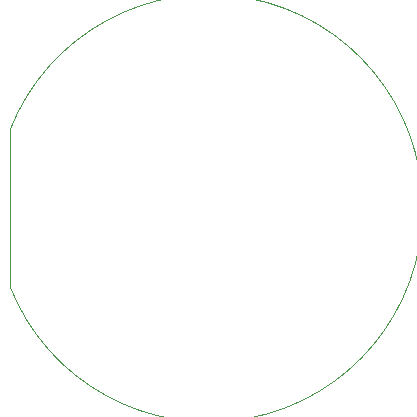
<source format=gm1>
G04 #@! TF.GenerationSoftware,KiCad,Pcbnew,(6.0.0-0)*
G04 #@! TF.CreationDate,2022-02-02T12:25:21+10:00*
G04 #@! TF.ProjectId,osw-light,6f73772d-6c69-4676-9874-2e6b69636164,3.3*
G04 #@! TF.SameCoordinates,Original*
G04 #@! TF.FileFunction,Profile,NP*
%FSLAX46Y46*%
G04 Gerber Fmt 4.6, Leading zero omitted, Abs format (unit mm)*
G04 Created by KiCad (PCBNEW (6.0.0-0)) date 2022-02-02 12:25:21*
%MOMM*%
%LPD*%
G01*
G04 APERTURE LIST*
G04 #@! TA.AperFunction,Profile*
%ADD10C,0.050000*%
G04 #@! TD*
G04 APERTURE END LIST*
D10*
X52162606Y-118708850D02*
X52150928Y-105319520D01*
X52162606Y-118708850D02*
G75*
G03*
X52150928Y-105319520I16808322J6709330D01*
G01*
M02*

</source>
